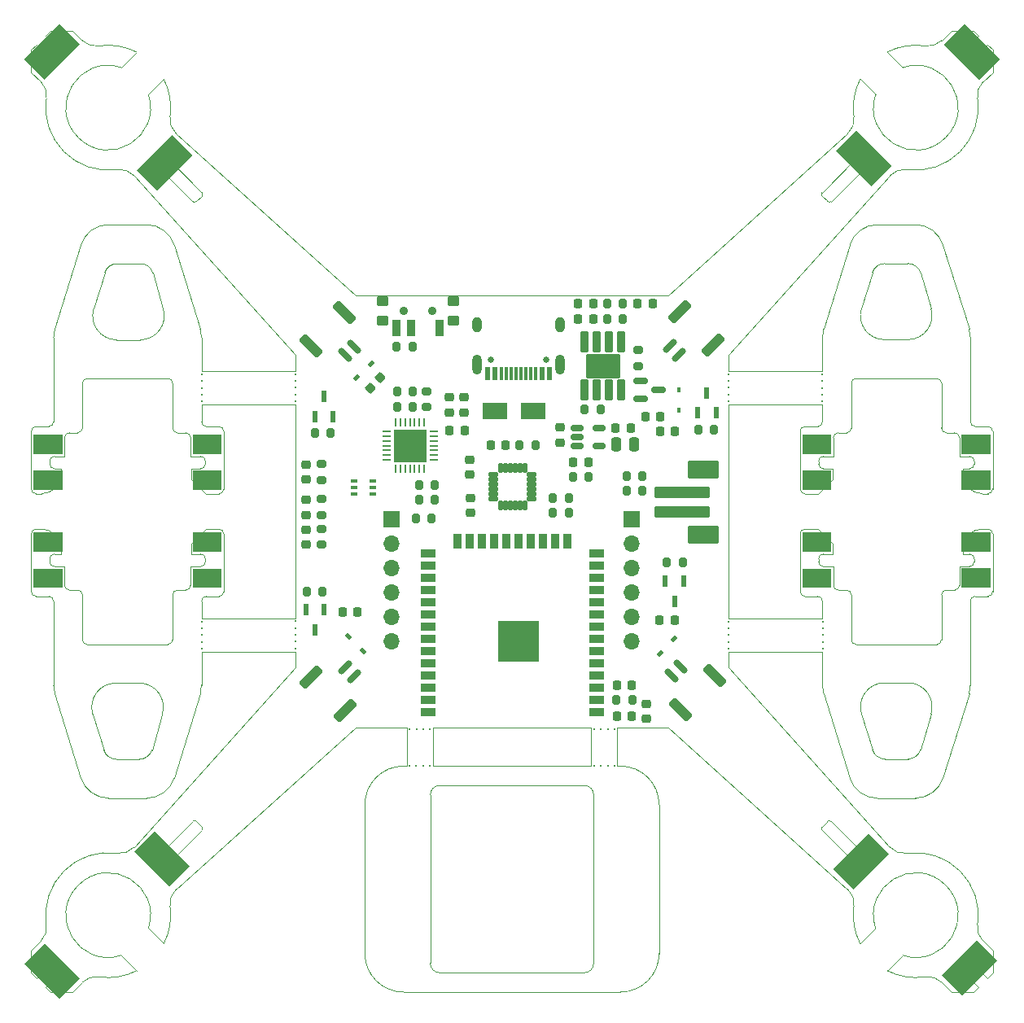
<source format=gts>
G04 #@! TF.GenerationSoftware,KiCad,Pcbnew,8.99.0-1558-g48f6f837a1*
G04 #@! TF.CreationDate,2024-07-15T18:47:26+03:00*
G04 #@! TF.ProjectId,ESP32 drone,45535033-3220-4647-926f-6e652e6b6963,rev?*
G04 #@! TF.SameCoordinates,Original*
G04 #@! TF.FileFunction,Soldermask,Top*
G04 #@! TF.FilePolarity,Negative*
%FSLAX46Y46*%
G04 Gerber Fmt 4.6, Leading zero omitted, Abs format (unit mm)*
G04 Created by KiCad (PCBNEW 8.99.0-1558-g48f6f837a1) date 2024-07-15 18:47:26*
%MOMM*%
%LPD*%
G01*
G04 APERTURE LIST*
G04 Aperture macros list*
%AMRoundRect*
0 Rectangle with rounded corners*
0 $1 Rounding radius*
0 $2 $3 $4 $5 $6 $7 $8 $9 X,Y pos of 4 corners*
0 Add a 4 corners polygon primitive as box body*
4,1,4,$2,$3,$4,$5,$6,$7,$8,$9,$2,$3,0*
0 Add four circle primitives for the rounded corners*
1,1,$1+$1,$2,$3*
1,1,$1+$1,$4,$5*
1,1,$1+$1,$6,$7*
1,1,$1+$1,$8,$9*
0 Add four rect primitives between the rounded corners*
20,1,$1+$1,$2,$3,$4,$5,0*
20,1,$1+$1,$4,$5,$6,$7,0*
20,1,$1+$1,$6,$7,$8,$9,0*
20,1,$1+$1,$8,$9,$2,$3,0*%
%AMRotRect*
0 Rectangle, with rotation*
0 The origin of the aperture is its center*
0 $1 length*
0 $2 width*
0 $3 Rotation angle, in degrees counterclockwise*
0 Add horizontal line*
21,1,$1,$2,0,0,$3*%
G04 Aperture macros list end*
%ADD10C,0.000000*%
%ADD11C,0.300000*%
%ADD12RoundRect,0.200000X-0.275000X0.200000X-0.275000X-0.200000X0.275000X-0.200000X0.275000X0.200000X0*%
%ADD13R,0.600000X1.300000*%
%ADD14RoundRect,0.225000X0.250000X-0.225000X0.250000X0.225000X-0.250000X0.225000X-0.250000X-0.225000X0*%
%ADD15RoundRect,0.200000X0.200000X0.275000X-0.200000X0.275000X-0.200000X-0.275000X0.200000X-0.275000X0*%
%ADD16RoundRect,0.200000X-0.200000X-0.275000X0.200000X-0.275000X0.200000X0.275000X-0.200000X0.275000X0*%
%ADD17RoundRect,0.250000X-0.250000X-0.475000X0.250000X-0.475000X0.250000X0.475000X-0.250000X0.475000X0*%
%ADD18C,0.650000*%
%ADD19R,0.600000X1.450000*%
%ADD20R,0.300000X1.450000*%
%ADD21O,1.000000X2.100000*%
%ADD22O,1.000000X1.600000*%
%ADD23R,0.650000X0.400000*%
%ADD24RoundRect,0.102000X0.395000X0.140000X-0.395000X0.140000X-0.395000X-0.140000X0.395000X-0.140000X0*%
%ADD25RoundRect,0.102000X0.140000X0.395000X-0.140000X0.395000X-0.140000X-0.395000X0.140000X-0.395000X0*%
%ADD26RoundRect,0.218750X0.218750X0.256250X-0.218750X0.256250X-0.218750X-0.256250X0.218750X-0.256250X0*%
%ADD27RoundRect,0.225000X-0.225000X-0.250000X0.225000X-0.250000X0.225000X0.250000X-0.225000X0.250000X0*%
%ADD28RoundRect,0.218750X0.256250X-0.218750X0.256250X0.218750X-0.256250X0.218750X-0.256250X-0.218750X0*%
%ADD29RoundRect,0.218750X-0.218750X-0.256250X0.218750X-0.256250X0.218750X0.256250X-0.218750X0.256250X0*%
%ADD30RoundRect,0.062500X0.337500X0.062500X-0.337500X0.062500X-0.337500X-0.062500X0.337500X-0.062500X0*%
%ADD31RoundRect,0.062500X0.062500X0.337500X-0.062500X0.337500X-0.062500X-0.337500X0.062500X-0.337500X0*%
%ADD32R,3.350000X3.350000*%
%ADD33R,1.500000X0.900000*%
%ADD34R,0.900000X1.500000*%
%ADD35C,0.600000*%
%ADD36R,4.200000X4.200000*%
%ADD37RoundRect,0.225000X0.225000X0.250000X-0.225000X0.250000X-0.225000X-0.250000X0.225000X-0.250000X0*%
%ADD38C,0.900000*%
%ADD39RoundRect,0.102000X-0.350000X0.750000X-0.350000X-0.750000X0.350000X-0.750000X0.350000X0.750000X0*%
%ADD40RoundRect,0.102000X0.500000X0.400000X-0.500000X0.400000X-0.500000X-0.400000X0.500000X-0.400000X0*%
%ADD41RotRect,0.600000X0.450000X45.000000*%
%ADD42RoundRect,0.200000X0.275000X-0.200000X0.275000X0.200000X-0.275000X0.200000X-0.275000X-0.200000X0*%
%ADD43RoundRect,0.225000X-0.017678X0.335876X-0.335876X0.017678X0.017678X-0.335876X0.335876X-0.017678X0*%
%ADD44RoundRect,0.150000X-0.388909X0.601041X-0.601041X0.388909X0.388909X-0.601041X0.601041X-0.388909X0*%
%ADD45RoundRect,0.250000X-0.601041X0.954594X-0.954594X0.601041X0.601041X-0.954594X0.954594X-0.601041X0*%
%ADD46RotRect,0.600000X0.450000X225.000000*%
%ADD47RoundRect,0.150000X0.388909X-0.601041X0.601041X-0.388909X-0.388909X0.601041X-0.601041X0.388909X0*%
%ADD48RoundRect,0.250000X0.601041X-0.954594X0.954594X-0.601041X-0.601041X0.954594X-0.954594X0.601041X0*%
%ADD49R,0.450000X0.600000*%
%ADD50RoundRect,0.102000X-2.750000X0.500000X-2.750000X-0.500000X2.750000X-0.500000X2.750000X0.500000X0*%
%ADD51RoundRect,0.102000X-1.500000X-0.800000X1.500000X-0.800000X1.500000X0.800000X-1.500000X0.800000X0*%
%ADD52RoundRect,0.150000X-0.512500X-0.150000X0.512500X-0.150000X0.512500X0.150000X-0.512500X0.150000X0*%
%ADD53R,1.700000X1.700000*%
%ADD54O,1.700000X1.700000*%
%ADD55R,2.500000X1.800000*%
%ADD56RoundRect,0.225000X-0.250000X0.225000X-0.250000X-0.225000X0.250000X-0.225000X0.250000X0.225000X0*%
%ADD57RoundRect,0.100500X0.301500X-0.986500X0.301500X0.986500X-0.301500X0.986500X-0.301500X-0.986500X0*%
%ADD58RoundRect,0.102000X1.651000X-1.206500X1.651000X1.206500X-1.651000X1.206500X-1.651000X-1.206500X0*%
%ADD59RoundRect,0.150000X0.601041X0.388909X0.388909X0.601041X-0.601041X-0.388909X-0.388909X-0.601041X0*%
%ADD60RoundRect,0.250000X0.954594X0.601041X0.601041X0.954594X-0.954594X-0.601041X-0.601041X-0.954594X0*%
%ADD61RoundRect,0.150000X-0.587500X-0.150000X0.587500X-0.150000X0.587500X0.150000X-0.587500X0.150000X0*%
%ADD62RoundRect,0.150000X-0.601041X-0.388909X-0.388909X-0.601041X0.601041X0.388909X0.388909X0.601041X0*%
%ADD63RoundRect,0.250000X-0.954594X-0.601041X-0.601041X-0.954594X0.954594X0.601041X0.601041X0.954594X0*%
%ADD64RotRect,0.600000X0.450000X135.000000*%
G04 #@! TA.AperFunction,Profile*
%ADD65C,0.025400*%
G04 #@! TD*
G04 APERTURE END LIST*
D10*
G36*
X180649178Y-90717308D02*
G01*
X177649188Y-90717308D01*
X177649188Y-88717308D01*
X180649178Y-88717308D01*
X180649178Y-90717308D01*
G37*
G36*
X180649178Y-80531908D02*
G01*
X177649188Y-80531908D01*
X177649188Y-78531908D01*
X180649178Y-78531908D01*
X180649178Y-80531908D01*
G37*
G36*
X84129178Y-80531908D02*
G01*
X81129188Y-80531908D01*
X81129188Y-78531908D01*
X84129178Y-78531908D01*
X84129178Y-80531908D01*
G37*
G36*
X164088378Y-84265708D02*
G01*
X161088388Y-84265708D01*
X161088388Y-82265708D01*
X164088378Y-82265708D01*
X164088378Y-84265708D01*
G37*
G36*
X84129178Y-84265708D02*
G01*
X81129188Y-84265708D01*
X81129188Y-82265708D01*
X84129178Y-82265708D01*
X84129178Y-84265708D01*
G37*
G36*
X100689218Y-90717308D02*
G01*
X97689228Y-90717308D01*
X97689228Y-88717308D01*
X100689218Y-88717308D01*
X100689218Y-90717308D01*
G37*
G36*
X164088378Y-90717308D02*
G01*
X161088388Y-90717308D01*
X161088388Y-88717308D01*
X164088378Y-88717308D01*
X164088378Y-90717308D01*
G37*
G36*
X164088378Y-80531908D02*
G01*
X161088388Y-80531908D01*
X161088388Y-78531908D01*
X164088378Y-78531908D01*
X164088378Y-80531908D01*
G37*
G36*
X85966998Y-37915278D02*
G01*
X82301778Y-41579228D01*
X80179608Y-39457058D01*
X83841018Y-35798188D01*
X85966998Y-37915278D01*
G37*
G36*
X97403725Y-123420369D02*
G01*
X95281555Y-125542539D01*
X91622685Y-121881129D01*
X93739775Y-119755149D01*
X97403725Y-123420369D01*
G37*
G36*
X100689218Y-80531908D02*
G01*
X97689228Y-80531908D01*
X97689228Y-78531908D01*
X100689218Y-78531908D01*
X100689218Y-80531908D01*
G37*
G36*
X170080191Y-122153054D02*
G01*
X166418781Y-125811924D01*
X164292801Y-123694834D01*
X167958021Y-120030884D01*
X170080191Y-122153054D01*
G37*
G36*
X170346893Y-50542895D02*
G01*
X168229803Y-52668875D01*
X164565853Y-49003655D01*
X166688023Y-46881485D01*
X170346893Y-50542895D01*
G37*
G36*
X181612788Y-39461440D02*
G01*
X179495698Y-41587420D01*
X175831748Y-37922200D01*
X177953918Y-35800030D01*
X181612788Y-39461440D01*
G37*
G36*
X84129178Y-90717308D02*
G01*
X81129188Y-90717308D01*
X81129188Y-88717308D01*
X84129178Y-88717308D01*
X84129178Y-90717308D01*
G37*
G36*
X84129178Y-94451108D02*
G01*
X81129188Y-94451108D01*
X81129188Y-92451108D01*
X84129178Y-92451108D01*
X84129178Y-94451108D01*
G37*
G36*
X164088378Y-94451108D02*
G01*
X161088388Y-94451108D01*
X161088388Y-92451108D01*
X164088378Y-92451108D01*
X164088378Y-94451108D01*
G37*
G36*
X180649178Y-84284758D02*
G01*
X177649188Y-84284758D01*
X177649188Y-82284758D01*
X180649178Y-82284758D01*
X180649178Y-84284758D01*
G37*
G36*
X100689218Y-84265708D02*
G01*
X97689228Y-84265708D01*
X97689228Y-82265708D01*
X100689218Y-82265708D01*
X100689218Y-84265708D01*
G37*
G36*
X100689218Y-94451108D02*
G01*
X97689228Y-94451108D01*
X97689228Y-92451108D01*
X100689218Y-92451108D01*
X100689218Y-94451108D01*
G37*
G36*
X97670739Y-49494382D02*
G01*
X94005519Y-53158332D01*
X91883349Y-51036162D01*
X95544759Y-47377292D01*
X97670739Y-49494382D01*
G37*
G36*
X180649178Y-94444758D02*
G01*
X177649188Y-94444758D01*
X177649188Y-92444758D01*
X180649178Y-92444758D01*
X180649178Y-94444758D01*
G37*
G36*
X181401720Y-133233160D02*
G01*
X177740310Y-136892030D01*
X175614330Y-134774940D01*
X179279550Y-131110990D01*
X181401720Y-133233160D01*
G37*
G36*
X85980968Y-135075358D02*
G01*
X83858798Y-137197528D01*
X80199928Y-133536118D01*
X82317018Y-131410138D01*
X85980968Y-135075358D01*
G37*
D11*
X153400000Y-98670530D03*
X153400000Y-99373686D03*
X140856842Y-109200000D03*
X108390000Y-99343686D03*
X163190000Y-74366842D03*
D12*
X111080550Y-85228930D03*
X111080550Y-86878930D03*
D13*
X111361260Y-96722220D03*
X109461260Y-96722220D03*
X110411260Y-98822220D03*
D11*
X153400000Y-100076842D03*
X163190000Y-73663686D03*
D14*
X124376180Y-76210460D03*
X124376180Y-74660460D03*
D11*
X98600000Y-97964570D03*
D14*
X144890490Y-108087460D03*
X144890490Y-106537460D03*
D15*
X140107170Y-75932030D03*
X138457170Y-75932030D03*
D16*
X135152630Y-85096350D03*
X136802630Y-85096350D03*
D14*
X126579630Y-86652400D03*
X126579630Y-85102400D03*
D12*
X111080550Y-88329000D03*
X111080550Y-89979000D03*
D15*
X120589810Y-75618340D03*
X118939810Y-75618340D03*
D17*
X141715450Y-79564230D03*
X143615450Y-79564230D03*
D15*
X143402820Y-106112310D03*
X141752820Y-106112310D03*
X133313940Y-79641700D03*
X131663940Y-79641700D03*
D11*
X163190000Y-72960530D03*
X139450530Y-113010000D03*
D18*
X134460730Y-70724070D03*
X128680730Y-70724070D03*
D19*
X134820730Y-72169070D03*
X134020730Y-72169070D03*
D20*
X132820730Y-72169070D03*
X131820730Y-72169070D03*
X131320730Y-72169070D03*
X130320730Y-72169070D03*
D19*
X129120730Y-72169070D03*
X128320730Y-72169070D03*
X128320730Y-72169070D03*
X129120730Y-72169070D03*
D20*
X129820730Y-72169070D03*
X130820730Y-72169070D03*
X132320730Y-72169070D03*
X133320730Y-72169070D03*
D19*
X134020730Y-72169070D03*
X134820730Y-72169070D03*
D21*
X135890730Y-71254070D03*
D22*
X135890730Y-67074070D03*
D21*
X127250730Y-71254070D03*
D22*
X127250730Y-67074070D03*
D15*
X122539260Y-87236300D03*
X120889260Y-87236300D03*
D11*
X108340000Y-72244570D03*
D23*
X114501890Y-83374470D03*
X114501890Y-84024470D03*
X114501890Y-84674470D03*
X116401890Y-84674470D03*
X116401890Y-84024470D03*
X116401890Y-83374470D03*
D11*
X108390000Y-98640530D03*
X163200000Y-97974570D03*
D24*
X132930940Y-85185420D03*
X132930940Y-84685420D03*
X132930940Y-84185420D03*
X132930940Y-83685420D03*
X132930940Y-83185420D03*
X132930940Y-82685420D03*
D25*
X132210940Y-81965420D03*
X131710940Y-81965420D03*
X131210940Y-81965420D03*
X130710940Y-81965420D03*
X130210940Y-81965420D03*
X129710940Y-81965420D03*
D24*
X128990940Y-82685420D03*
X128990940Y-83185420D03*
X128990940Y-83685420D03*
X128990940Y-84185420D03*
X128990940Y-84685420D03*
X128990940Y-85185420D03*
D25*
X129710940Y-85905420D03*
X130210940Y-85905420D03*
X130710940Y-85905420D03*
X131210940Y-85905420D03*
X131710940Y-85905420D03*
X132210940Y-85905420D03*
D11*
X153400000Y-74336842D03*
X163200000Y-99373686D03*
X121656842Y-109200000D03*
D26*
X139334660Y-66513710D03*
X137759660Y-66513710D03*
D27*
X141684710Y-77800200D03*
X143234710Y-77800200D03*
D28*
X109495590Y-83200340D03*
X109495590Y-81625340D03*
D11*
X120953686Y-109200000D03*
D29*
X143970910Y-64886840D03*
X145545910Y-64886840D03*
D11*
X140856842Y-113010000D03*
D30*
X122729160Y-81164560D03*
X122729160Y-80664560D03*
X122729160Y-80164560D03*
X122729160Y-79664560D03*
X122729160Y-79164560D03*
X122729160Y-78664560D03*
X122729160Y-78164560D03*
D31*
X121779160Y-77214560D03*
X121279160Y-77214560D03*
X120779160Y-77214560D03*
X120279160Y-77214560D03*
X119779160Y-77214560D03*
X119279160Y-77214560D03*
X118779160Y-77214560D03*
D30*
X117829160Y-78164560D03*
X117829160Y-78664560D03*
X117829160Y-79164560D03*
X117829160Y-79664560D03*
X117829160Y-80164560D03*
X117829160Y-80664560D03*
X117829160Y-81164560D03*
D31*
X118779160Y-82114560D03*
X119279160Y-82114560D03*
X119779160Y-82114560D03*
X120279160Y-82114560D03*
X120779160Y-82114560D03*
X121279160Y-82114560D03*
X121779160Y-82114560D03*
D32*
X120279160Y-79664560D03*
D33*
X139678110Y-107351450D03*
X139678110Y-106081450D03*
X139678110Y-104811450D03*
X139678110Y-103541450D03*
X139678110Y-102271450D03*
X139678110Y-101001450D03*
X139678110Y-99731450D03*
X139678110Y-98461450D03*
X139678110Y-97191450D03*
X139678110Y-95921450D03*
X139678110Y-94651450D03*
X139678110Y-93381450D03*
X139678110Y-92111450D03*
X139678110Y-90841450D03*
D34*
X136638110Y-89591450D03*
X135368110Y-89591450D03*
X134098110Y-89591450D03*
X132828110Y-89591450D03*
X131558110Y-89591450D03*
X130288110Y-89591450D03*
X129018110Y-89591450D03*
X127748110Y-89591450D03*
X126478110Y-89591450D03*
X125208110Y-89591450D03*
D33*
X122178110Y-90841450D03*
X122178110Y-92111450D03*
X122178110Y-93381450D03*
X122178110Y-94651450D03*
X122178110Y-95921450D03*
X122178110Y-97191450D03*
X122178110Y-98461450D03*
X122178110Y-99731450D03*
X122178110Y-101001450D03*
X122178110Y-102271450D03*
X122178110Y-103541450D03*
X122178110Y-104811450D03*
X122178110Y-106081450D03*
X122178110Y-107351450D03*
D35*
X133133110Y-100773950D03*
X133133110Y-99248950D03*
X131608110Y-100773950D03*
D36*
X131608110Y-100011450D03*
D35*
X131608110Y-99248950D03*
X130083110Y-100773950D03*
X130083110Y-99248950D03*
D37*
X146311920Y-76633070D03*
X144761920Y-76633070D03*
D11*
X98600000Y-98660530D03*
D38*
X122625000Y-65675000D03*
X119625000Y-65675000D03*
D39*
X123375000Y-67425000D03*
X120375000Y-67425000D03*
X118875000Y-67425000D03*
D40*
X117475000Y-66675000D03*
X117475000Y-64675000D03*
X124775000Y-64675000D03*
X124775000Y-66675000D03*
D11*
X141560000Y-113010000D03*
D41*
X146281628Y-101252802D03*
X147766552Y-99767878D03*
D11*
X122350000Y-113000000D03*
D42*
X122048270Y-75650860D03*
X122048270Y-74000860D03*
D11*
X98620000Y-74366842D03*
X153400000Y-72930530D03*
D15*
X112031280Y-78386940D03*
X110381280Y-78386940D03*
D43*
X117224178Y-72603992D03*
X116128162Y-73700008D03*
D11*
X163200000Y-98670530D03*
D16*
X142810730Y-84376260D03*
X144460730Y-84376260D03*
D12*
X111072930Y-81598000D03*
X111072930Y-83248000D03*
D16*
X135152630Y-86634320D03*
X136802630Y-86634320D03*
D11*
X121646842Y-113000000D03*
X108390000Y-100750000D03*
X108340000Y-72940530D03*
D14*
X125909070Y-76202840D03*
X125909070Y-74652840D03*
D15*
X142455400Y-66511170D03*
X140805400Y-66511170D03*
D11*
X98620000Y-72960530D03*
D37*
X138839240Y-81403190D03*
X137289240Y-81403190D03*
D16*
X147019510Y-91829890D03*
X148669510Y-91829890D03*
D11*
X98620000Y-73663686D03*
D16*
X109520220Y-94888050D03*
X111170220Y-94888050D03*
D27*
X124411440Y-78129130D03*
X125961440Y-78129130D03*
X146311320Y-78165960D03*
X147861320Y-78165960D03*
D13*
X148757680Y-93746610D03*
X146857680Y-93746610D03*
X147807680Y-95846610D03*
D11*
X108340000Y-74346842D03*
D44*
X114447349Y-69368736D03*
X113563466Y-70252619D03*
D45*
X113492755Y-65797847D03*
X109992577Y-69298025D03*
D11*
X98620000Y-72264570D03*
X153400000Y-73633686D03*
X153400000Y-100780000D03*
D13*
X110379470Y-76642940D03*
X112279470Y-76642940D03*
X111329470Y-74542940D03*
D15*
X144460730Y-82856070D03*
X142810730Y-82856070D03*
D16*
X118918220Y-74068940D03*
X120568220Y-74068940D03*
D11*
X153400000Y-97974570D03*
X108390000Y-97944570D03*
D46*
X116231182Y-71112868D03*
X114746258Y-72597792D03*
D11*
X108340000Y-73643686D03*
D27*
X141786610Y-107779820D03*
X143336610Y-107779820D03*
D47*
X147504121Y-103546844D03*
X148388004Y-102662961D03*
D48*
X148458715Y-107117733D03*
X151958893Y-103617555D03*
D11*
X163200000Y-100076842D03*
X122360000Y-109200000D03*
X98620000Y-75070000D03*
D49*
X148261070Y-73893970D03*
X148261070Y-75993970D03*
D16*
X137248130Y-82919570D03*
X138898130Y-82919570D03*
D11*
X120240530Y-113000000D03*
X98600000Y-100770000D03*
X153400000Y-72234570D03*
X120943686Y-113000000D03*
D27*
X146254170Y-97845880D03*
X147804170Y-97845880D03*
X141787580Y-104580690D03*
X143337580Y-104580690D03*
D14*
X126532640Y-82663330D03*
X126532640Y-81113330D03*
D16*
X121225810Y-83789520D03*
X122875810Y-83789520D03*
D13*
X150219370Y-76274640D03*
X152119370Y-76274640D03*
X151169370Y-74174640D03*
D42*
X144061180Y-71392550D03*
X144061180Y-69742550D03*
D50*
X148575000Y-84525000D03*
X148575000Y-86525000D03*
D51*
X150825000Y-82125000D03*
X150825000Y-88925000D03*
D28*
X109514640Y-86887470D03*
X109514640Y-85312470D03*
D11*
X108390000Y-100046842D03*
D15*
X142447780Y-64895730D03*
X140797780Y-64895730D03*
D52*
X137712870Y-77815400D03*
X137712870Y-78765400D03*
X137712870Y-79715400D03*
X139987870Y-79715400D03*
X139987870Y-77815400D03*
D53*
X118358920Y-87313770D03*
D54*
X118358920Y-89853770D03*
X118358920Y-92393770D03*
X118358920Y-94933770D03*
X118358920Y-97473770D03*
X118358920Y-100013770D03*
D11*
X153400000Y-75040000D03*
D15*
X120566950Y-69364860D03*
X118916950Y-69364860D03*
D11*
X98600000Y-99363686D03*
D55*
X133122420Y-76056490D03*
X129122420Y-76056490D03*
D11*
X120250530Y-109200000D03*
D37*
X130217210Y-79635350D03*
X128667210Y-79635350D03*
D15*
X151909280Y-78047850D03*
X150259280Y-78047850D03*
D11*
X139450530Y-109200000D03*
D56*
X135903970Y-77777040D03*
X135903970Y-79327040D03*
D11*
X98600000Y-100066842D03*
D26*
X139324180Y-64898270D03*
X137749180Y-64898270D03*
D57*
X138456670Y-73850270D03*
X139726670Y-73850270D03*
X140996670Y-73850270D03*
X142266670Y-73850270D03*
X142266670Y-68900270D03*
X140996670Y-68900270D03*
X139726670Y-68900270D03*
X138456670Y-68900270D03*
D58*
X140361670Y-71375270D03*
D59*
X148234334Y-70192929D03*
X147350451Y-69309046D03*
D60*
X151805223Y-69238335D03*
X148305045Y-65738157D03*
D11*
X108340000Y-75050000D03*
D28*
X109481620Y-89971030D03*
X109481620Y-88396030D03*
D11*
X163200000Y-100780000D03*
D61*
X144287000Y-72910660D03*
X144287000Y-74810660D03*
X146162000Y-73860660D03*
D11*
X140153686Y-113010000D03*
X140153686Y-109200000D03*
X163190000Y-75070000D03*
X141560000Y-109200000D03*
X163190000Y-72264570D03*
D62*
X113578706Y-102755671D03*
X114462589Y-103639554D03*
D63*
X110007817Y-103710265D03*
X113507995Y-107210443D03*
D37*
X114826080Y-96941640D03*
X113276080Y-96941640D03*
D16*
X121224540Y-85309710D03*
X122874540Y-85309710D03*
D53*
X143302990Y-87341710D03*
D54*
X143302990Y-89881710D03*
X143302990Y-92421710D03*
X143302990Y-94961710D03*
X143302990Y-97501710D03*
X143302990Y-100041710D03*
D64*
X115379012Y-101029282D03*
X113894088Y-99544358D03*
D65*
X89744997Y-112289635D02*
G75*
G02*
X88445021Y-111346061I-19997J1339735D01*
G01*
X95102180Y-72673720D02*
G75*
G02*
X95602080Y-73173590I20J-499880D01*
G01*
X81961740Y-88343230D02*
G75*
G02*
X83961670Y-90343230I-40J-1999970D01*
G01*
X83961740Y-82673700D02*
X83961740Y-82073750D01*
X108397550Y-97616520D02*
X98602300Y-97616520D01*
X177433230Y-94193360D02*
G75*
G02*
X176933360Y-94693230I-499830J-40D01*
G01*
X97461580Y-92243400D02*
X97461580Y-94193360D01*
X81437740Y-37968170D02*
X80897480Y-38508430D01*
X83961740Y-90943430D02*
X83961740Y-90343230D01*
X97461580Y-78823570D02*
X97461580Y-80773780D01*
X167531290Y-50441860D02*
G75*
G02*
X167549544Y-50794377I-168190J-185440D01*
G01*
X82470500Y-129480560D02*
G75*
G02*
X89824572Y-122074857I6427000J972060D01*
G01*
X163283400Y-82073750D02*
G75*
G02*
X162783250Y-81573620I0J500150D01*
G01*
X146197580Y-132508500D02*
G75*
G02*
X142197590Y-136508480I-3999980J0D01*
G01*
X82811620Y-91743280D02*
X82811620Y-91443300D01*
X98602300Y-104580940D02*
X98602300Y-101116380D01*
X164070152Y-54276373D02*
G75*
G02*
X163717410Y-54258021I-167152J186373D01*
G01*
X162733230Y-84673690D02*
X164233360Y-83173570D01*
X96102170Y-78323690D02*
G75*
G02*
X95602110Y-77823570I30J500090D01*
G01*
X98467930Y-67549010D02*
G75*
G02*
X98602064Y-68435980I-2865630J-886990D01*
G01*
X98665118Y-53335878D02*
G75*
G02*
X98646740Y-53688591I-186418J-167122D01*
G01*
X176602900Y-136508490D02*
X178897540Y-136508490D01*
X180397410Y-88343230D02*
G75*
G02*
X180897570Y-88843360I-10J-500170D01*
G01*
X100425760Y-77673710D02*
X99102170Y-77673710D01*
X95183460Y-123160540D02*
G75*
G02*
X94830706Y-123142199I-167160J186440D01*
G01*
X94263720Y-122575070D02*
X94830727Y-123142180D01*
X179833270Y-84673690D02*
G75*
G02*
X177833310Y-82673700I30J1999990D01*
G01*
X81397610Y-95343220D02*
G75*
G02*
X80897680Y-94843350I-10J499920D01*
G01*
X178264570Y-134794750D02*
G75*
G02*
X178273645Y-134433005I176830J176550D01*
G01*
X153397460Y-101116380D02*
X163192720Y-101116380D01*
X83311500Y-90943430D02*
X83961740Y-90943430D01*
X81397610Y-84673690D02*
X81961740Y-84673690D01*
X108397550Y-101116380D02*
X108397550Y-102768910D01*
X82720950Y-95343220D02*
G75*
G02*
X83220980Y-95843340I-50J-500080D01*
G01*
X99011740Y-91443300D02*
X99011740Y-91743280D01*
X166692840Y-100343210D02*
G75*
G02*
X166192890Y-99843340I-40J499910D01*
G01*
X84361530Y-92243400D02*
X83311500Y-92243400D01*
X139397490Y-133508500D02*
G75*
G02*
X138397490Y-134508490I-999990J0D01*
G01*
X88932770Y-116340890D02*
G75*
G02*
X86066922Y-114227850I30J2999990D01*
G01*
X123397520Y-134508490D02*
G75*
G02*
X122397510Y-133508500I-20J999990D01*
G01*
X172862240Y-56676040D02*
X168904420Y-56676040D01*
X160869130Y-88843360D02*
X160869130Y-94843350D01*
X178573940Y-77173580D02*
X178573940Y-68435980D01*
X98602300Y-75400410D02*
X108397550Y-75400410D01*
X171974260Y-122074430D02*
G75*
G02*
X170202729Y-121433197I-285260J1979630D01*
G01*
X100925890Y-94843350D02*
G75*
G02*
X100425760Y-95343390I-500090J50D01*
G01*
X141847570Y-109008420D02*
X147157950Y-109008420D01*
X95602300Y-95193360D02*
G75*
G02*
X96102170Y-94693500I499900J-40D01*
G01*
X174470000Y-65400000D02*
G75*
G02*
X172081948Y-68639217I-2388100J-739300D01*
G01*
X172081952Y-60719530D02*
G75*
G02*
X173381999Y-61663082I20048J-1339770D01*
G01*
X175573950Y-73173590D02*
X175573950Y-77823570D01*
X82357220Y-37048950D02*
X83530440Y-38222170D01*
X95602300Y-73173590D02*
X95602300Y-77823570D01*
X83355180Y-105467910D02*
G75*
G02*
X83221048Y-104580940I2865820J887010D01*
G01*
X139397490Y-116008400D02*
X139397490Y-133508500D01*
X173392929Y-111321817D02*
G75*
G02*
X172092933Y-112265400I-1280029J396217D01*
G01*
X95102180Y-100343210D02*
X86720940Y-100343210D01*
X178483260Y-80773780D02*
G75*
G02*
X178983220Y-81273650I40J-499920D01*
G01*
X86203290Y-37519610D02*
X85192110Y-36508440D01*
X86221070Y-99843340D02*
X86221070Y-95193360D01*
X100425760Y-77673710D02*
G75*
G02*
X100925690Y-78173580I40J-499890D01*
G01*
X179833270Y-84673690D02*
X180397410Y-84673690D01*
X86720940Y-72673720D02*
X95102180Y-72673720D01*
X166692840Y-72673720D02*
X175073820Y-72673720D01*
X85720940Y-94693230D02*
G75*
G02*
X86221070Y-95193360I-40J-500170D01*
G01*
X89780000Y-68659870D02*
G75*
G02*
X87391948Y-65420705I0J2499870D01*
G01*
X108397550Y-75400410D02*
X108397550Y-97616520D01*
X98602300Y-101116380D02*
X108397550Y-101116380D01*
X86221070Y-77823570D02*
X86221070Y-73173590D01*
X87925410Y-38081460D02*
G75*
G02*
X91858619Y-38722012I972090J-6426940D01*
G01*
X83221070Y-77173580D02*
G75*
G02*
X82720950Y-77673770I-500170J-20D01*
G01*
X167531290Y-50441860D02*
G75*
G02*
X166964112Y-49874679I5365910J5933060D01*
G01*
X89839997Y-60740235D02*
X92230004Y-60740235D01*
X180357020Y-135048750D02*
X180897530Y-134508490D01*
X89820750Y-50942490D02*
G75*
G02*
X91592293Y-51583711I285250J-1979710D01*
G01*
X84361530Y-80773780D02*
X84361530Y-78823570D01*
X177833280Y-90343230D02*
X177833280Y-90943430D01*
X153397460Y-75400410D02*
X163192720Y-75400410D01*
X99011740Y-81573620D02*
G75*
G02*
X98511620Y-82073740I-500140J20D01*
G01*
X108397550Y-102768910D02*
X91592150Y-121433080D01*
X97461580Y-94193360D02*
G75*
G02*
X96961710Y-94693280I-499880J-40D01*
G01*
X178573940Y-104580940D02*
X178573940Y-95843340D01*
X98511620Y-92243400D02*
X97461580Y-92243400D01*
X163192720Y-68435980D02*
G75*
G02*
X163326843Y-67549014I2999980J-20D01*
G01*
X95183510Y-123160585D02*
X98661496Y-119677256D01*
X163192720Y-97616520D02*
X153397460Y-97616520D01*
X82471520Y-129485900D02*
G75*
G02*
X81908689Y-131202719I-1977120J-302500D01*
G01*
X91592150Y-121433080D02*
G75*
G02*
X89820779Y-122074233I-1486150J1338380D01*
G01*
X141847570Y-113008410D02*
X141847570Y-109008420D01*
X122397520Y-116008400D02*
G75*
G02*
X123397520Y-115008420I999980J0D01*
G01*
X179183800Y-133875530D02*
X180357020Y-135048750D01*
X84361530Y-78823570D02*
G75*
G02*
X84861660Y-78323430I500170J-30D01*
G01*
X83530440Y-134795010D02*
X82357220Y-135968230D01*
X99061530Y-84673690D02*
X100425760Y-84673690D01*
X82811620Y-81273650D02*
G75*
G02*
X83311500Y-80773720I499880J50D01*
G01*
X168391949Y-61663098D02*
G75*
G02*
X169691944Y-60719580I1279951J-396202D01*
G01*
X85720940Y-94693230D02*
X84861660Y-94693230D01*
X94618052Y-65420705D02*
X93530000Y-61683803D01*
X164233360Y-89843360D02*
X162733230Y-88343230D01*
X164233360Y-82073750D02*
X163283400Y-82073750D01*
X98511620Y-82073750D02*
X97561660Y-82073750D01*
X82811620Y-81573620D02*
X82811620Y-81273650D01*
X98643256Y-119324741D02*
X98076249Y-118757631D01*
X179437800Y-135968230D02*
X178264570Y-134795010D01*
X82720950Y-77673710D02*
X81397610Y-77673710D01*
X168711880Y-43151300D02*
X167110160Y-41549570D01*
X80897480Y-78173580D02*
G75*
G02*
X81397610Y-77673480I500120J-20D01*
G01*
X163192720Y-75400410D02*
X163192720Y-77173580D01*
X162783270Y-91743280D02*
X162783270Y-91443300D01*
X180897530Y-134508490D02*
X180897530Y-132213860D01*
X169691945Y-60719530D02*
X172081952Y-60719530D01*
X166192710Y-99843340D02*
X166192710Y-95193360D01*
X122647460Y-109008420D02*
X122647460Y-113008410D01*
X165822130Y-125813820D02*
G75*
G02*
X166463325Y-127585197I-1338330J-1486180D01*
G01*
X164333430Y-80773780D02*
X164333430Y-78823570D01*
X176933360Y-78323690D02*
G75*
G02*
X177433310Y-78823570I40J-499910D01*
G01*
X179886360Y-131202680D02*
G75*
G02*
X179323542Y-129485906I1414240J1414280D01*
G01*
X94684850Y-41549570D02*
X93082880Y-43151300D01*
X170202860Y-121433080D02*
X153397460Y-102768910D01*
X178983390Y-81573620D02*
G75*
G02*
X178483260Y-82073690I-500090J20D01*
G01*
X80897480Y-88843360D02*
X80897480Y-94843350D01*
X166192710Y-77823570D02*
X166192710Y-73173590D01*
X97561660Y-83173570D02*
X99061530Y-84673690D01*
X119947440Y-109008420D02*
X119947440Y-113008410D01*
X171540430Y-132693920D02*
X169938450Y-134295900D01*
X94830900Y-49874680D02*
G75*
G02*
X94267926Y-50436653I-5925200J5372780D01*
G01*
X81961740Y-88343230D02*
X81397610Y-88343230D01*
X146197580Y-132508500D02*
X146197580Y-117008400D01*
X165692840Y-94693230D02*
X164833300Y-94693230D01*
X179437800Y-37048950D02*
X178897540Y-36508440D01*
X162692850Y-95343220D02*
G75*
G02*
X163192880Y-95843340I-50J-500080D01*
G01*
X167110162Y-131467609D02*
G75*
G02*
X166463985Y-127581411I5787338J2959109D01*
G01*
X87920070Y-38082470D02*
G75*
G02*
X86203265Y-37519635I-302470J1977170D01*
G01*
X161369250Y-84673690D02*
X162733230Y-84673690D01*
X98511620Y-90943430D02*
G75*
G02*
X99011470Y-91443300I-20J-499870D01*
G01*
X99102170Y-95343220D02*
X100425760Y-95343220D01*
X99011740Y-91743280D02*
G75*
G02*
X98511620Y-92243440I-500140J-20D01*
G01*
X85192110Y-36508440D02*
X82897480Y-36508440D01*
X165822130Y-47203110D02*
X147157950Y-64008510D01*
X87296948Y-107609165D02*
X88445001Y-111346067D01*
X177433230Y-92243400D02*
X177433230Y-94193360D01*
X142197590Y-113008410D02*
G75*
G02*
X146197590Y-117008400I10J-3999990D01*
G01*
X166038790Y-58789060D02*
G75*
G02*
X168904420Y-56676269I2865610J-886940D01*
G01*
X168904420Y-116340890D02*
X172862240Y-116340890D01*
X163192720Y-68435980D02*
X163192720Y-71900540D01*
X82897480Y-36508440D02*
X82357220Y-37048950D01*
X93082110Y-43148760D02*
G75*
G02*
X90249788Y-40321395I-4184650J-1359660D01*
G01*
X81908650Y-131202680D02*
X80897480Y-132213860D01*
X88540001Y-61683803D02*
G75*
G02*
X89839997Y-60740235I1279999J-396197D01*
G01*
X80897480Y-78173580D02*
X80897480Y-84173570D01*
X167549640Y-122222455D02*
X164066311Y-118744469D01*
X87391948Y-65420705D02*
X88540001Y-61683803D01*
X84361530Y-94193360D02*
X84361530Y-92243400D01*
X166192710Y-77823570D02*
G75*
G02*
X165692840Y-78323510I-499910J-30D01*
G01*
X163192720Y-101116380D02*
X163192720Y-104580940D01*
X175573950Y-95193360D02*
X175573950Y-99843340D01*
X123247410Y-64008510D02*
X138547610Y-64008510D01*
X153397460Y-71900540D02*
X153397460Y-70248020D01*
X88932770Y-116340890D02*
X92890340Y-116340890D01*
X167549330Y-122222510D02*
G75*
G02*
X167531050Y-122575055I-186230J-167090D01*
G01*
X171981630Y-122073420D02*
G75*
G02*
X179322745Y-129491742I915970J-6435080D01*
G01*
X83355180Y-105467910D02*
X86066890Y-114228120D01*
X95972890Y-125813820D02*
X114637060Y-109008420D01*
X83961740Y-82673700D02*
G75*
G02*
X81961740Y-84673740I-2000040J0D01*
G01*
X83311500Y-82073750D02*
G75*
G02*
X82811350Y-81573620I0J500150D01*
G01*
X94830900Y-49874680D02*
G75*
G02*
X95183388Y-49856470I185400J-168120D01*
G01*
X162783270Y-81273650D02*
G75*
G02*
X163283400Y-80773570I500130J-50D01*
G01*
X177833280Y-90343230D02*
G75*
G02*
X179833270Y-88343180I2000020J30D01*
G01*
X178573940Y-104580940D02*
G75*
G02*
X178439814Y-105467905I-3000040J40D01*
G01*
X92890340Y-56676040D02*
X88932770Y-56676040D01*
X84861660Y-94693230D02*
G75*
G02*
X84361870Y-94193360I40J499830D01*
G01*
X122647460Y-113008410D02*
X139147550Y-113008410D01*
X81397610Y-84673690D02*
G75*
G02*
X80897510Y-84173570I-10J500090D01*
G01*
X97561660Y-90943430D02*
X98511620Y-90943430D01*
X169702926Y-112265385D02*
X172092933Y-112265385D01*
X81397610Y-95343220D02*
X82720950Y-95343220D01*
X119597430Y-136508490D02*
X142197590Y-136508490D01*
X178983390Y-91443300D02*
X178983390Y-91743280D01*
X163283400Y-90943430D02*
X164233360Y-90943430D01*
X177433230Y-80773780D02*
X178483260Y-80773780D01*
X167243896Y-65400000D02*
X168391949Y-61663098D01*
X177833280Y-90943430D02*
X178483260Y-90943430D01*
X83221070Y-95843340D02*
X83221070Y-104580940D01*
X98602300Y-71900540D02*
X98602300Y-68435980D01*
X90254590Y-40323010D02*
X91856560Y-38721030D01*
X160869130Y-88843360D02*
G75*
G02*
X161369250Y-88343230I500170J-40D01*
G01*
X180897530Y-94843350D02*
G75*
G02*
X180397410Y-95343430I-500130J50D01*
G01*
X98643256Y-119324741D02*
G75*
G02*
X98661521Y-119677278I-168256J-185459D01*
G01*
X171537890Y-40323770D02*
G75*
G02*
X168710544Y-43156180I1359710J-4184630D01*
G01*
X82971140Y-39134800D02*
G75*
G02*
X83523847Y-38582097I5926260J-5373600D01*
G01*
X138397490Y-115008410D02*
G75*
G02*
X139397490Y-116008400I10J-999990D01*
G01*
X83526630Y-38218110D02*
G75*
G02*
X83521602Y-38584177I-173130J-180690D01*
G01*
X163151814Y-53692484D02*
X163718821Y-54259594D01*
X108397550Y-70248020D02*
X108397550Y-71900540D01*
X83311500Y-80773780D02*
X84361530Y-80773780D01*
X166964110Y-123142250D02*
G75*
G02*
X166611620Y-123160474I-185410J168150D01*
G01*
X178983390Y-91743280D02*
G75*
G02*
X178483260Y-92243390I-500090J-20D01*
G01*
X178983390Y-81273650D02*
X178983390Y-81573620D01*
X163713796Y-118762709D02*
G75*
G02*
X164066285Y-118744498I185404J-168191D01*
G01*
X80897480Y-40803070D02*
X81908650Y-41814240D01*
X83523840Y-134434830D02*
G75*
G02*
X82971137Y-133882134I5373660J5926430D01*
G01*
X178573940Y-95843340D02*
G75*
G02*
X179073810Y-95343440I499860J40D01*
G01*
X163151814Y-53692484D02*
G75*
G02*
X163133624Y-53340014I168186J185384D01*
G01*
X92135000Y-104370000D02*
X89685000Y-104370000D01*
X179886360Y-41814240D02*
X180897530Y-40803070D01*
X97561660Y-82073750D02*
X97561660Y-83173570D01*
X97461580Y-80773780D02*
X98511620Y-80773780D01*
X95756230Y-114227860D02*
G75*
G02*
X92890340Y-116340942I-2865930J886960D01*
G01*
X94245430Y-50794410D02*
G75*
G02*
X94263687Y-50441824I186470J167110D01*
G01*
X179073810Y-77673710D02*
G75*
G02*
X178573690Y-77173580I-10J500110D01*
G01*
X100925890Y-84173570D02*
G75*
G02*
X100425760Y-84673690I-500090J-30D01*
G01*
X83311500Y-92243400D02*
G75*
G02*
X82811400Y-91743280I0J500100D01*
G01*
X180897530Y-84173570D02*
G75*
G02*
X180397410Y-84673730I-500130J-30D01*
G01*
X170202860Y-51583840D02*
G75*
G02*
X171974231Y-50942689I1486140J-1338360D01*
G01*
X114637060Y-64008510D02*
X95972890Y-47203110D01*
X178264570Y-38222170D02*
X179437800Y-37048950D01*
X162783270Y-91443300D02*
G75*
G02*
X163283400Y-90943170I500130J0D01*
G01*
X83961740Y-82073750D02*
X83311500Y-82073750D01*
X178271155Y-38582107D02*
G75*
G02*
X178821809Y-39132547I-5373455J-5926193D01*
G01*
X176073820Y-78323690D02*
X176933360Y-78323690D01*
X169702926Y-112265385D02*
G75*
G02*
X168402889Y-111321830I-20026J1339785D01*
G01*
X122397520Y-133508500D02*
X122397520Y-116008400D01*
X97724918Y-118740852D02*
G75*
G02*
X98077690Y-118759177I167182J-186348D01*
G01*
X161369250Y-95343220D02*
X162692850Y-95343220D01*
X163283400Y-92243400D02*
G75*
G02*
X162783300Y-91743280I0J500100D01*
G01*
X98602300Y-97616520D02*
X98602300Y-95843340D01*
X98602300Y-77173580D02*
X98602300Y-75400410D01*
X95331540Y-127585220D02*
G75*
G02*
X95972790Y-125813708I1979660J285220D01*
G01*
X178273460Y-38584120D02*
G75*
G02*
X178264661Y-38222261I167940J185120D01*
G01*
X169938450Y-38721030D02*
X171540430Y-40323010D01*
X178483260Y-90943430D02*
G75*
G02*
X178983170Y-91443300I40J-499870D01*
G01*
X164333430Y-78823570D02*
G75*
G02*
X164833300Y-78323730I499870J-30D01*
G01*
X92135000Y-104370000D02*
G75*
G02*
X94523089Y-107609177I0J-2499900D01*
G01*
X163129907Y-119681047D02*
G75*
G02*
X163148263Y-119328309I186393J167147D01*
G01*
X175073820Y-100343210D02*
X166692840Y-100343210D01*
X177433230Y-78823570D02*
X177433230Y-80773780D01*
X180397410Y-77673710D02*
X179073810Y-77673710D01*
X115597440Y-117008400D02*
G75*
G02*
X119597430Y-113008440I3999960J0D01*
G01*
X153397460Y-97616520D02*
X153397460Y-75400410D01*
X178821850Y-133884420D02*
G75*
G02*
X179183741Y-133875589I185150J-167880D01*
G01*
X98602300Y-104580940D02*
G75*
G02*
X98468150Y-105467977I-3000000J40D01*
G01*
X86221070Y-73173590D02*
G75*
G02*
X86720940Y-72673770I499830J-10D01*
G01*
X164833300Y-94693230D02*
G75*
G02*
X164333470Y-94193360I0J499830D01*
G01*
X82611220Y-133875530D02*
G75*
G02*
X82972888Y-133884675I176480J-176770D01*
G01*
X147157950Y-109008420D02*
X165822130Y-125813820D01*
X161369250Y-84673690D02*
G75*
G02*
X160869210Y-84173570I50J500090D01*
G01*
X98081229Y-54254216D02*
G75*
G02*
X97728718Y-54272451I-185429J168216D01*
G01*
X86066890Y-58789060D02*
G75*
G02*
X88932770Y-56676194I2865910J-887240D01*
G01*
X100425760Y-88343230D02*
X99061530Y-88343230D01*
X164233360Y-83173570D02*
X164233360Y-82073750D01*
X167254877Y-107584915D02*
X168402930Y-111321817D01*
X92230000Y-68659870D02*
X89780000Y-68659870D01*
X93082880Y-129865630D02*
X94684850Y-131467610D01*
X175573950Y-95193360D02*
G75*
G02*
X176073820Y-94693550I499850J-40D01*
G01*
X165692840Y-94693230D02*
G75*
G02*
X166192970Y-95193360I-40J-500170D01*
G01*
X163192720Y-77173580D02*
G75*
G02*
X162692850Y-77673520I-499920J-20D01*
G01*
X86203290Y-135497320D02*
G75*
G02*
X87920065Y-134934487I1414310J-1414280D01*
G01*
X166611560Y-49856640D02*
X163133574Y-53339969D01*
X91856560Y-134295900D02*
X90254590Y-132693920D01*
X94618052Y-65420705D02*
G75*
G02*
X92230000Y-68659870I-2388052J-739295D01*
G01*
X97724918Y-118740852D02*
X94245480Y-122222555D01*
X179324510Y-43536620D02*
G75*
G02*
X171970446Y-50942014I-6427010J-971780D01*
G01*
X95331540Y-127585220D02*
G75*
G02*
X94683787Y-131469614I-6434040J-923280D01*
G01*
X99061530Y-88343230D02*
X97561660Y-89843360D01*
X94263720Y-122575070D02*
G75*
G02*
X94245440Y-122222519I168180J185470D01*
G01*
X82897480Y-136508490D02*
X85192110Y-136508490D01*
X139147550Y-109008420D02*
X122647460Y-109008420D01*
X172092929Y-104345750D02*
X169642929Y-104345750D01*
X161369250Y-95343220D02*
G75*
G02*
X160869480Y-94843350I50J499820D01*
G01*
X119597430Y-136508490D02*
G75*
G02*
X115597410Y-132508500I-30J3999990D01*
G01*
X180397410Y-77673710D02*
G75*
G02*
X180897290Y-78173580I-10J-499890D01*
G01*
X89744997Y-112289635D02*
X92135004Y-112289635D01*
X108397550Y-71900540D02*
X98602300Y-71900540D01*
X80897480Y-134508490D02*
X81437740Y-135048750D01*
X175573950Y-99843340D02*
G75*
G02*
X175073820Y-100343450I-500150J40D01*
G01*
X94683840Y-41547540D02*
G75*
G02*
X95330921Y-45435504I-5786340J-2960860D01*
G01*
X86221070Y-77823570D02*
G75*
G02*
X85720940Y-78323770I-500170J-30D01*
G01*
X98081229Y-54254216D02*
X98648339Y-53687209D01*
X98511620Y-80773780D02*
G75*
G02*
X99011420Y-81273650I-20J-499820D01*
G01*
X172862240Y-56676040D02*
G75*
G02*
X175728236Y-58788946I-40J-3000260D01*
G01*
X175591730Y-135497320D02*
X176602900Y-136508490D01*
X163713796Y-118762709D02*
X163146686Y-119329716D01*
X95756230Y-114228120D02*
X98467930Y-105467910D01*
X153397460Y-102768910D02*
X153397460Y-101116380D01*
X179323500Y-43531030D02*
G75*
G02*
X179886317Y-41814197I1977100J302530D01*
G01*
X163283400Y-80773780D02*
X164333430Y-80773780D01*
X98602300Y-95843340D02*
G75*
G02*
X99102170Y-95343400I499900J40D01*
G01*
X82357220Y-135968230D02*
X82897480Y-136508490D01*
X166192710Y-73173590D02*
G75*
G02*
X166692840Y-72673510I500090J-10D01*
G01*
X163326830Y-105467910D02*
G75*
G02*
X163192700Y-104580940I2865870J887010D01*
G01*
X175727870Y-114228120D02*
X178439830Y-105467910D01*
X99011740Y-81273650D02*
X99011740Y-81573620D01*
X163192720Y-71900540D02*
X153397460Y-71900540D01*
X81437740Y-135048750D02*
X82610960Y-133875530D01*
X162692850Y-77673710D02*
X161369250Y-77673710D01*
X180897530Y-132213860D02*
X179886360Y-131202680D01*
X178483260Y-82073750D02*
X177833280Y-82073750D01*
X180897530Y-84173570D02*
X180897530Y-78173580D01*
X86720940Y-100343210D02*
G75*
G02*
X86220990Y-99843340I-40J499910D01*
G01*
X96961710Y-94693230D02*
X96102170Y-94693230D01*
X173874940Y-134934450D02*
G75*
G02*
X175591806Y-135497244I302560J-1977150D01*
G01*
X83521550Y-134432800D02*
G75*
G02*
X83530638Y-134794948I-167850J-185400D01*
G01*
X180897530Y-94843350D02*
X180897530Y-88843360D01*
X177833280Y-82073750D02*
X177833280Y-82673700D01*
X81908650Y-41814240D02*
G75*
G02*
X82471447Y-43531019I-1414250J-1414260D01*
G01*
X97561660Y-89843360D02*
X97561660Y-90943430D01*
X175727870Y-114227860D02*
G75*
G02*
X172862240Y-116340694I-2865670J886960D01*
G01*
X172092929Y-104345750D02*
G75*
G02*
X174480930Y-107584899I-29J-2499850D01*
G01*
X175591730Y-37519610D02*
G75*
G02*
X173874943Y-38082450I-1414330J1414310D01*
G01*
X142197590Y-113008410D02*
X141847570Y-113008410D01*
X90257130Y-132693160D02*
G75*
G02*
X93084497Y-129860831I-1359670J4184660D01*
G01*
X147157950Y-64008510D02*
X138547610Y-64008510D01*
X163129907Y-119681047D02*
X166611610Y-123160485D01*
X82610960Y-39141400D02*
X81437740Y-37968170D01*
X178439830Y-67549010D02*
G75*
G02*
X178573955Y-68435980I-2865830J-886990D01*
G01*
X115597440Y-117008400D02*
X115597440Y-132508500D01*
X139147550Y-113008410D02*
X139147550Y-109008420D01*
X92890340Y-56676040D02*
G75*
G02*
X95756248Y-58789054I60J-2999960D01*
G01*
X94523052Y-107609165D02*
X93435000Y-111346067D01*
X87296948Y-107609165D02*
G75*
G02*
X89685000Y-104370039I2388052J739265D01*
G01*
X173869350Y-134935470D02*
G75*
G02*
X169936412Y-134294897I-971850J6426970D01*
G01*
X153397460Y-70248020D02*
X170202860Y-51583840D01*
X83221070Y-68435980D02*
G75*
G02*
X83355191Y-67549013I3000030J-20D01*
G01*
X123397520Y-115008410D02*
X138397490Y-115008410D01*
X93435000Y-111346067D02*
G75*
G02*
X92135004Y-112289657I-1280000J396167D01*
G01*
X164833300Y-78323690D02*
X165692840Y-78323690D01*
X180897530Y-38508430D02*
X180357020Y-37968170D01*
X95972890Y-47203110D02*
G75*
G02*
X95331662Y-45431728I1338310J1486210D01*
G01*
X179073810Y-95343220D02*
X180397410Y-95343220D01*
X169946580Y-38716970D02*
G75*
G02*
X173880769Y-38083311I2950920J-5791430D01*
G01*
X178483260Y-92243400D02*
X177433230Y-92243400D01*
X92230004Y-60740235D02*
G75*
G02*
X93529999Y-61683803I19996J-1339765D01*
G01*
X166038790Y-58789060D02*
X163326830Y-67549010D01*
X86066890Y-58789060D02*
X83355180Y-67549010D01*
X163192720Y-95843340D02*
X163192720Y-97616520D01*
X96961710Y-78323690D02*
G75*
G02*
X97461610Y-78823570I-10J-499910D01*
G01*
X174470000Y-65400000D02*
X173381948Y-61663098D01*
X99102170Y-77673710D02*
G75*
G02*
X98602090Y-77173580I30J500110D01*
G01*
X84861660Y-78323690D02*
X85720940Y-78323690D01*
X100425760Y-88343230D02*
G75*
G02*
X100925970Y-88843360I40J-500170D01*
G01*
X95602300Y-99843340D02*
G75*
G02*
X95102180Y-100343400I-500100J40D01*
G01*
X100925890Y-84173570D02*
X100925890Y-78173580D01*
X85192110Y-136508490D02*
X86203290Y-135497320D01*
X175073820Y-72673720D02*
G75*
G02*
X175573680Y-73173590I-20J-499880D01*
G01*
X123247410Y-64008510D02*
X114637060Y-64008510D01*
X95602300Y-95193360D02*
X95602300Y-99843340D01*
X162783270Y-81573620D02*
X162783270Y-81273650D01*
X179183800Y-39141400D02*
G75*
G02*
X178821787Y-39132567I-176800J176800D01*
G01*
X119947440Y-113008410D02*
X119597430Y-113008410D01*
X164333430Y-92243400D02*
X163283400Y-92243400D01*
X168712900Y-129868170D02*
G75*
G02*
X171545005Y-132695424I4184600J1359670D01*
G01*
X174480981Y-107584915D02*
X173392929Y-111321817D01*
X166611560Y-49856640D02*
G75*
G02*
X166964036Y-49874747I167140J-186160D01*
G01*
X100925890Y-94843350D02*
X100925890Y-88843360D01*
X80897480Y-132213860D02*
X80897480Y-134508490D01*
X80897480Y-38508430D02*
X80897480Y-40803070D01*
X176602900Y-36508440D02*
X175591730Y-37519610D01*
X172081948Y-68639165D02*
X169631948Y-68639165D01*
X164233360Y-90943430D02*
X164233360Y-89843360D01*
X164333430Y-94193360D02*
X164333430Y-92243400D01*
X80897480Y-88843360D02*
G75*
G02*
X81397610Y-88343280I500120J-40D01*
G01*
X98467930Y-67549010D02*
X95756230Y-58789060D01*
X169631948Y-68639165D02*
G75*
G02*
X167243858Y-65399988I-48J2499865D01*
G01*
X180897530Y-40803070D02*
X180897530Y-38508430D01*
X138397490Y-134508490D02*
X123397520Y-134508490D01*
X114637060Y-109008420D02*
X119947440Y-109008420D01*
X164070152Y-54276373D02*
X167549590Y-50794670D01*
X178897540Y-136508490D02*
X179437800Y-135968230D01*
X96102170Y-78323690D02*
X96961710Y-78323690D01*
X160869130Y-78173580D02*
G75*
G02*
X161369250Y-77673430I500170J-20D01*
G01*
X163326830Y-105467910D02*
X166038790Y-114228120D01*
X176933360Y-94693230D02*
X176073820Y-94693230D01*
X91592150Y-51583840D02*
X108397550Y-70248020D01*
X180397410Y-88343230D02*
X179833270Y-88343230D01*
X83221070Y-68435980D02*
X83221070Y-77173580D01*
X162733230Y-88343230D02*
X161369250Y-88343230D01*
X89813390Y-50943760D02*
G75*
G02*
X82472085Y-43525160I-915890J6435360D01*
G01*
X91848440Y-134299960D02*
G75*
G02*
X87914240Y-134933627I-2950940J5791460D01*
G01*
X160869130Y-78173580D02*
X160869130Y-84173570D01*
X98665118Y-53335878D02*
X95183415Y-49856440D01*
X166463980Y-45435520D02*
G75*
G02*
X167111075Y-41547486I6433520J927120D01*
G01*
X167110161Y-131467610D02*
X168711880Y-129865630D01*
X176073820Y-78323690D02*
G75*
G02*
X175573710Y-77823570I-20J500090D01*
G01*
X94245385Y-50794470D02*
X97728714Y-54272456D01*
X167254877Y-107584915D02*
G75*
G02*
X169642929Y-104345752I2388023J739315D01*
G01*
X178897540Y-36508440D02*
X176602900Y-36508440D01*
X180357020Y-37968170D02*
X179183800Y-39141400D01*
X166463979Y-45435520D02*
G75*
G02*
X165822245Y-47203239I-1980179J-281480D01*
G01*
X82811620Y-91443300D02*
G75*
G02*
X83311500Y-90943420I499880J0D01*
G01*
X167531095Y-122575105D02*
X166964110Y-123142250D01*
X82973170Y-39132510D02*
G75*
G02*
X82611054Y-39141566I-185370J167910D01*
G01*
X178439830Y-67549010D02*
X175727870Y-58789060D01*
X178823880Y-133882130D02*
G75*
G02*
X178271172Y-134434832I-5926280J5373630D01*
G01*
X168904420Y-116340890D02*
G75*
G02*
X166038548Y-114227935I-20J2999990D01*
G01*
M02*

</source>
